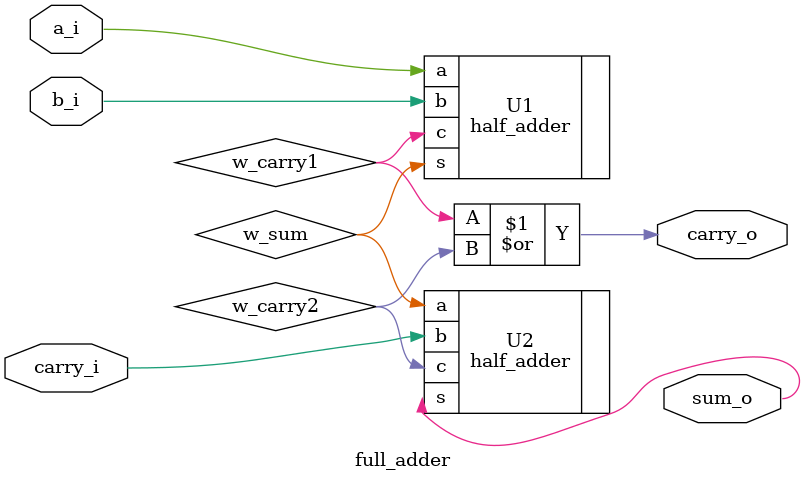
<source format=sv>
module full_adder(
    a_i,
    b_i,
    carry_i,
    sum_o,
    carry_o
    );

    input a_i, b_i, carry_i;
    output sum_o, carry_o;
    wire w_sum, w_carry1, w_carry2;

    half_adder U1(
    .a(a_i),
    .b(b_i),
    .s(w_sum),
    .c(w_carry1)
    );

    half_adder U2(
    .a(w_sum),
    .b(carry_i),
    .s(sum_o),
    .c(w_carry2)
    );

    or U3(carry_o, w_carry1, w_carry2);

endmodule
</source>
